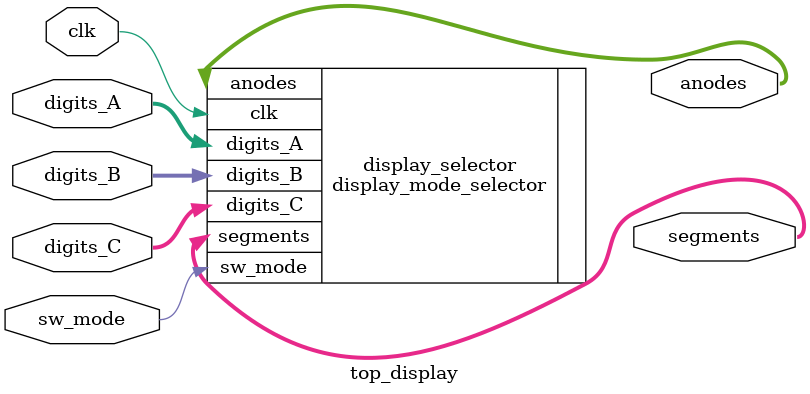
<source format=v>
module top_display (
    input clk,             // 100MHz System Clock
    input sw_mode,         // Mode selection switch
    input [15:0] digits_A, // First counter output
    input [15:0] digits_B, // Second counter output
    input [15:0] digits_C, // Coincidence counter output
    output [6:0] segments, // 7-segment display output
    output [7:0] anodes    // 8-bit anode control
);

    // Display Mode Selector (Handles switching between modes)
    display_mode_selector display_selector (
        .clk(clk),
        .sw_mode(sw_mode),
        .digits_A(digits_A),
        .digits_B(digits_B),
        .digits_C(digits_C),
        .segments(segments),
        .anodes(anodes)
    );

endmodule

</source>
